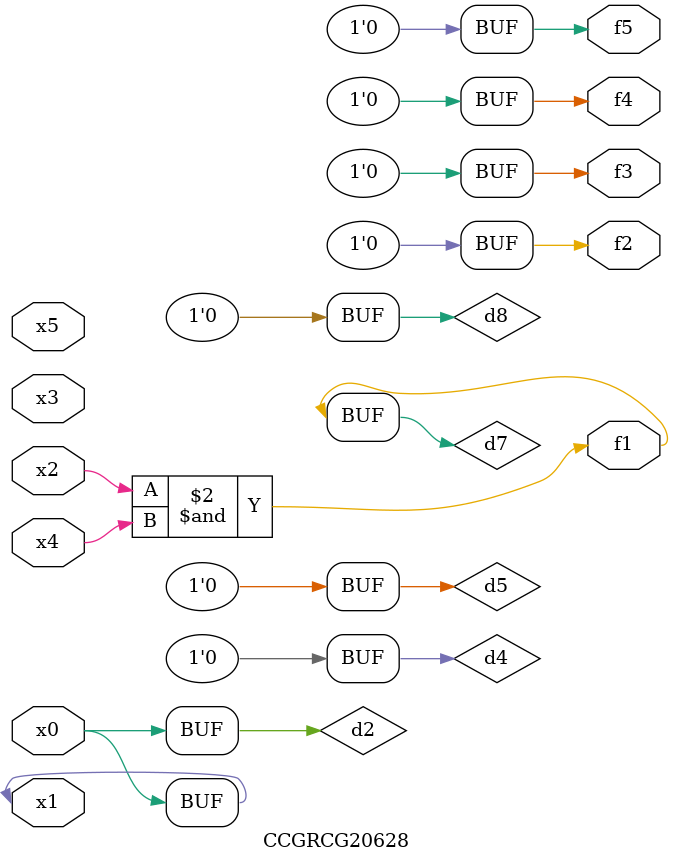
<source format=v>
module CCGRCG20628(
	input x0, x1, x2, x3, x4, x5,
	output f1, f2, f3, f4, f5
);

	wire d1, d2, d3, d4, d5, d6, d7, d8, d9;

	nand (d1, x1);
	buf (d2, x0, x1);
	nand (d3, x2, x4);
	and (d4, d1, d2);
	and (d5, d1, d2);
	nand (d6, d1, d3);
	not (d7, d3);
	xor (d8, d5);
	nor (d9, d5, d6);
	assign f1 = d7;
	assign f2 = d8;
	assign f3 = d8;
	assign f4 = d8;
	assign f5 = d8;
endmodule

</source>
